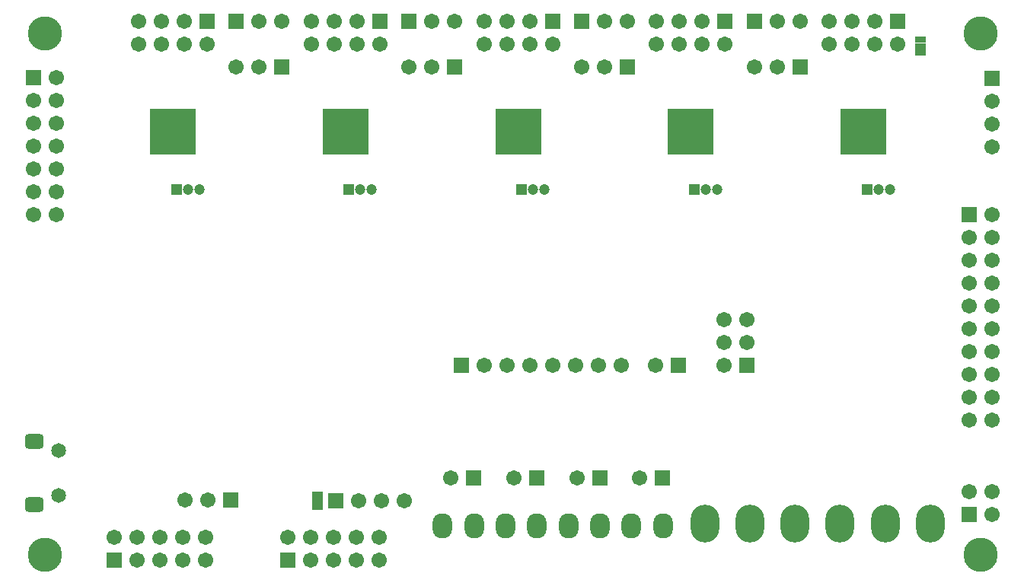
<source format=gbs>
G04 Layer_Color=16711935*
%FSLAX44Y44*%
%MOMM*%
G71*
G01*
G75*
%ADD77R,5.2000X5.2000*%
%ADD127R,1.7032X1.7032*%
%ADD158C,1.7032*%
%ADD159O,2.2032X2.8032*%
%ADD160C,1.2032*%
%ADD161R,1.2032X1.2032*%
%ADD162R,1.7032X1.7032*%
%ADD163O,3.2032X4.2032*%
%ADD164C,3.8032*%
G04:AMPARAMS|DCode=165|XSize=1.7032mm|YSize=2.1032mm|CornerRadius=0.4766mm|HoleSize=0mm|Usage=FLASHONLY|Rotation=270.000|XOffset=0mm|YOffset=0mm|HoleType=Round|Shape=RoundedRectangle|*
%AMROUNDEDRECTD165*
21,1,1.7032,1.1500,0,0,270.0*
21,1,0.7500,2.1032,0,0,270.0*
1,1,0.9532,-0.5750,-0.3750*
1,1,0.9532,-0.5750,0.3750*
1,1,0.9532,0.5750,0.3750*
1,1,0.9532,0.5750,-0.3750*
%
%ADD165ROUNDEDRECTD165*%
%ADD166C,1.6532*%
%ADD167C,0.8032*%
%ADD168R,1.2032X0.7032*%
D77*
X172000Y500750D02*
D03*
X364000D02*
D03*
X556000D02*
D03*
X748000D02*
D03*
X940000D02*
D03*
D127*
X293300Y572500D02*
D03*
X242500Y623500D02*
D03*
X734060Y241300D02*
D03*
X353060Y90170D02*
D03*
X236220Y91440D02*
D03*
X1057600Y75000D02*
D03*
X716731Y115570D02*
D03*
X210000Y623500D02*
D03*
X646730Y115570D02*
D03*
X576730D02*
D03*
X492760Y241300D02*
D03*
X506730Y115570D02*
D03*
X299819Y24020D02*
D03*
X107020Y24000D02*
D03*
X402000Y623500D02*
D03*
X434500Y623500D02*
D03*
X485300Y572500D02*
D03*
X594000Y623500D02*
D03*
X626500Y623500D02*
D03*
X677300Y572500D02*
D03*
X786000Y623500D02*
D03*
X818500Y623500D02*
D03*
X869300Y572500D02*
D03*
X978000Y623500D02*
D03*
D158*
X242500Y572500D02*
D03*
X267900D02*
D03*
X293300Y623500D02*
D03*
X267900D02*
D03*
X708660Y241300D02*
D03*
X429260Y90170D02*
D03*
X403860D02*
D03*
X378460D02*
D03*
X185420Y91440D02*
D03*
X210820D02*
D03*
X1057600Y100400D02*
D03*
X1083000Y75000D02*
D03*
Y100400D02*
D03*
X691331Y115570D02*
D03*
X133800Y623500D02*
D03*
X159200D02*
D03*
X184600D02*
D03*
X133800Y598100D02*
D03*
X159200D02*
D03*
X184600D02*
D03*
X210000D02*
D03*
X621330Y115570D02*
D03*
X42700Y408900D02*
D03*
X17300D02*
D03*
X42700Y434300D02*
D03*
X17300D02*
D03*
X42700Y459700D02*
D03*
X17300D02*
D03*
X42700Y485100D02*
D03*
X17300D02*
D03*
X42700Y510500D02*
D03*
X17300D02*
D03*
X42700Y535900D02*
D03*
X17300D02*
D03*
X42700Y561300D02*
D03*
X551330Y115570D02*
D03*
X670560Y241300D02*
D03*
X645160D02*
D03*
X594360D02*
D03*
X568960D02*
D03*
X543560D02*
D03*
X518160D02*
D03*
X619760D02*
D03*
X1083000Y180400D02*
D03*
X1057600D02*
D03*
Y205800D02*
D03*
X1083000D02*
D03*
Y231200D02*
D03*
X1057600D02*
D03*
X1083000Y409000D02*
D03*
X1057600Y383600D02*
D03*
X1083000D02*
D03*
X1057600Y358200D02*
D03*
X1083000D02*
D03*
X1057600Y332800D02*
D03*
X1083000D02*
D03*
X1057600Y307400D02*
D03*
X1083000D02*
D03*
X1057600Y282000D02*
D03*
X1083000D02*
D03*
X1057600Y256600D02*
D03*
X1083000D02*
D03*
X481330Y115570D02*
D03*
X401419Y49420D02*
D03*
Y24020D02*
D03*
X376019Y49420D02*
D03*
Y24020D02*
D03*
X350619Y49420D02*
D03*
Y24020D02*
D03*
X325219Y49420D02*
D03*
Y24020D02*
D03*
X299819Y49420D02*
D03*
X1083000Y484000D02*
D03*
Y509400D02*
D03*
Y534800D02*
D03*
X784860Y292100D02*
D03*
X810260D02*
D03*
X784860Y266700D02*
D03*
X810260D02*
D03*
X784860Y241300D02*
D03*
X208620Y49400D02*
D03*
Y24000D02*
D03*
X183220Y49400D02*
D03*
Y24000D02*
D03*
X157820Y49400D02*
D03*
Y24000D02*
D03*
X132420Y49400D02*
D03*
Y24000D02*
D03*
X107020Y49400D02*
D03*
X325800Y623500D02*
D03*
X351200D02*
D03*
X376600D02*
D03*
X325800Y598100D02*
D03*
X351200D02*
D03*
X376600D02*
D03*
X402000D02*
D03*
X485300Y623500D02*
D03*
X459900D02*
D03*
X434500Y572500D02*
D03*
X459900D02*
D03*
X517800Y623500D02*
D03*
X543200D02*
D03*
X568600D02*
D03*
X517800Y598100D02*
D03*
X543200D02*
D03*
X568600D02*
D03*
X594000D02*
D03*
X677300Y623500D02*
D03*
X651900D02*
D03*
X626500Y572500D02*
D03*
X651900D02*
D03*
X709800Y623500D02*
D03*
X735200D02*
D03*
X760600D02*
D03*
X709800Y598100D02*
D03*
X735200D02*
D03*
X760600D02*
D03*
X786000D02*
D03*
X869300Y623500D02*
D03*
X843900D02*
D03*
X818500Y572500D02*
D03*
X843900D02*
D03*
X901800Y623500D02*
D03*
X927200D02*
D03*
X952600D02*
D03*
X901800Y598100D02*
D03*
X927200D02*
D03*
X952600D02*
D03*
X978000D02*
D03*
D159*
X717010Y62003D02*
D03*
X682009D02*
D03*
X647009D02*
D03*
X612009D02*
D03*
X577009D02*
D03*
X542009D02*
D03*
X507009D02*
D03*
X472009D02*
D03*
D160*
X201200Y436496D02*
D03*
X188500D02*
D03*
X393200D02*
D03*
X380500D02*
D03*
X585200D02*
D03*
X572500D02*
D03*
X777200D02*
D03*
X764500D02*
D03*
X969200D02*
D03*
X956500D02*
D03*
D161*
X175800D02*
D03*
X367800D02*
D03*
X559800D02*
D03*
X751800D02*
D03*
X943800D02*
D03*
D162*
X17300Y561300D02*
D03*
X1057600Y409000D02*
D03*
X1083000Y560200D02*
D03*
X810260Y241300D02*
D03*
D163*
X1014000Y65000D02*
D03*
X964000D02*
D03*
X914000D02*
D03*
X864000D02*
D03*
X814000D02*
D03*
X764000D02*
D03*
D164*
X1070000Y30000D02*
D03*
X30000D02*
D03*
X1070000Y610000D02*
D03*
X30000D02*
D03*
D165*
X18000Y86000D02*
D03*
Y156000D02*
D03*
D166*
X45000Y96000D02*
D03*
Y146000D02*
D03*
D167*
X188500Y511750D02*
D03*
Y500750D02*
D03*
Y489750D02*
D03*
X177500Y511750D02*
D03*
Y500750D02*
D03*
Y489750D02*
D03*
X155500Y511750D02*
D03*
Y500750D02*
D03*
Y489750D02*
D03*
X166500Y511750D02*
D03*
Y500750D02*
D03*
Y489750D02*
D03*
X380500Y511750D02*
D03*
Y500750D02*
D03*
Y489750D02*
D03*
X369500Y511750D02*
D03*
Y500750D02*
D03*
Y489750D02*
D03*
X347500Y511750D02*
D03*
Y500750D02*
D03*
Y489750D02*
D03*
X358500Y511750D02*
D03*
Y500750D02*
D03*
Y489750D02*
D03*
X572500Y511750D02*
D03*
Y500750D02*
D03*
Y489750D02*
D03*
X561500Y511750D02*
D03*
Y500750D02*
D03*
Y489750D02*
D03*
X539500Y511750D02*
D03*
Y500750D02*
D03*
Y489750D02*
D03*
X550500Y511750D02*
D03*
Y500750D02*
D03*
Y489750D02*
D03*
X764500Y511750D02*
D03*
Y500750D02*
D03*
Y489750D02*
D03*
X753500Y511750D02*
D03*
Y500750D02*
D03*
Y489750D02*
D03*
X731500Y511750D02*
D03*
Y500750D02*
D03*
Y489750D02*
D03*
X742500Y511750D02*
D03*
Y500750D02*
D03*
Y489750D02*
D03*
X956500Y511750D02*
D03*
Y500750D02*
D03*
Y489750D02*
D03*
X945500Y511750D02*
D03*
Y500750D02*
D03*
Y489750D02*
D03*
X923500Y511750D02*
D03*
Y500750D02*
D03*
Y489750D02*
D03*
X934500Y511750D02*
D03*
Y500750D02*
D03*
Y489750D02*
D03*
D168*
X1003000Y589000D02*
D03*
Y603000D02*
D03*
Y596000D02*
D03*
X332740Y83170D02*
D03*
Y97170D02*
D03*
Y90170D02*
D03*
M02*

</source>
